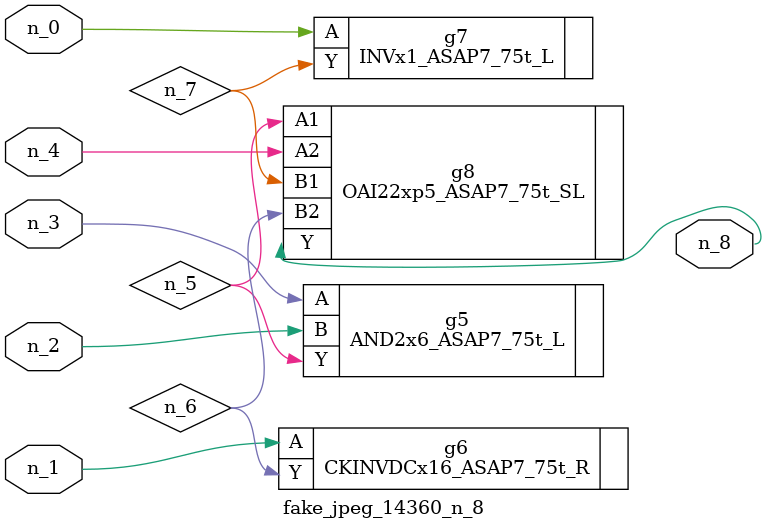
<source format=v>
module fake_jpeg_14360_n_8 (n_3, n_2, n_1, n_0, n_4, n_8);

input n_3;
input n_2;
input n_1;
input n_0;
input n_4;

output n_8;

wire n_6;
wire n_5;
wire n_7;

AND2x6_ASAP7_75t_L g5 ( 
.A(n_3),
.B(n_2),
.Y(n_5)
);

CKINVDCx16_ASAP7_75t_R g6 ( 
.A(n_1),
.Y(n_6)
);

INVx1_ASAP7_75t_L g7 ( 
.A(n_0),
.Y(n_7)
);

OAI22xp5_ASAP7_75t_SL g8 ( 
.A1(n_5),
.A2(n_4),
.B1(n_7),
.B2(n_6),
.Y(n_8)
);


endmodule
</source>
